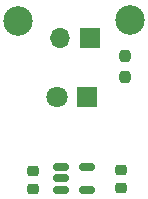
<source format=gbr>
%TF.GenerationSoftware,KiCad,Pcbnew,8.0.1*%
%TF.CreationDate,2025-01-22T20:29:26-07:00*%
%TF.ProjectId,IRRemote,49525265-6d6f-4746-952e-6b696361645f,rev?*%
%TF.SameCoordinates,Original*%
%TF.FileFunction,Soldermask,Bot*%
%TF.FilePolarity,Negative*%
%FSLAX46Y46*%
G04 Gerber Fmt 4.6, Leading zero omitted, Abs format (unit mm)*
G04 Created by KiCad (PCBNEW 8.0.1) date 2025-01-22 20:29:26*
%MOMM*%
%LPD*%
G01*
G04 APERTURE LIST*
G04 Aperture macros list*
%AMRoundRect*
0 Rectangle with rounded corners*
0 $1 Rounding radius*
0 $2 $3 $4 $5 $6 $7 $8 $9 X,Y pos of 4 corners*
0 Add a 4 corners polygon primitive as box body*
4,1,4,$2,$3,$4,$5,$6,$7,$8,$9,$2,$3,0*
0 Add four circle primitives for the rounded corners*
1,1,$1+$1,$2,$3*
1,1,$1+$1,$4,$5*
1,1,$1+$1,$6,$7*
1,1,$1+$1,$8,$9*
0 Add four rect primitives between the rounded corners*
20,1,$1+$1,$2,$3,$4,$5,0*
20,1,$1+$1,$4,$5,$6,$7,0*
20,1,$1+$1,$6,$7,$8,$9,0*
20,1,$1+$1,$8,$9,$2,$3,0*%
G04 Aperture macros list end*
%ADD10R,1.800000X1.800000*%
%ADD11C,1.800000*%
%ADD12R,1.700000X1.700000*%
%ADD13O,1.700000X1.700000*%
%ADD14C,2.500000*%
%ADD15RoundRect,0.150000X-0.512500X-0.150000X0.512500X-0.150000X0.512500X0.150000X-0.512500X0.150000X0*%
%ADD16RoundRect,0.225000X-0.250000X0.225000X-0.250000X-0.225000X0.250000X-0.225000X0.250000X0.225000X0*%
%ADD17RoundRect,0.237500X0.237500X-0.250000X0.237500X0.250000X-0.237500X0.250000X-0.237500X-0.250000X0*%
%ADD18RoundRect,0.225000X0.250000X-0.225000X0.250000X0.225000X-0.250000X0.225000X-0.250000X-0.225000X0*%
G04 APERTURE END LIST*
D10*
%TO.C,D1*%
X139440000Y-72780000D03*
D11*
X136900000Y-72780000D03*
%TD*%
D12*
%TO.C,J1*%
X139660000Y-67830000D03*
D13*
X137120000Y-67830000D03*
%TD*%
D14*
%TO.C,H1*%
X133620000Y-66340000D03*
%TD*%
%TO.C,H2*%
X143100000Y-66240000D03*
%TD*%
D15*
%TO.C,U2*%
X137200000Y-80640000D03*
X137200000Y-79690000D03*
X137200000Y-78740000D03*
X139475000Y-78740000D03*
X139475000Y-80640000D03*
%TD*%
D16*
%TO.C,C1*%
X134870000Y-79030000D03*
X134870000Y-80580000D03*
%TD*%
D17*
%TO.C,R1*%
X142640000Y-71125000D03*
X142640000Y-69300000D03*
%TD*%
D18*
%TO.C,C2*%
X142310000Y-80510000D03*
X142310000Y-78960000D03*
%TD*%
M02*

</source>
